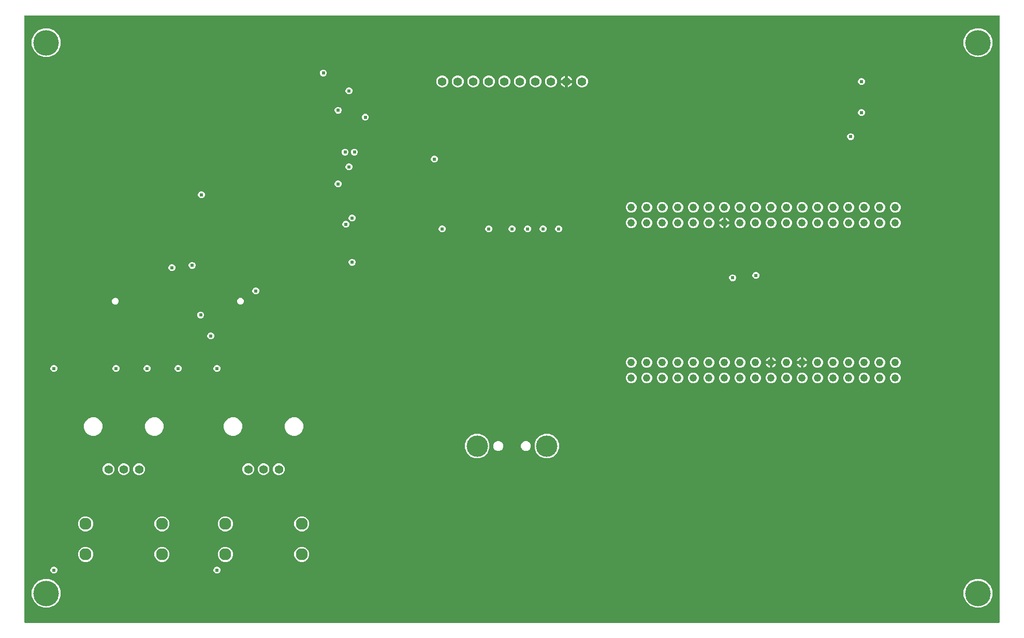
<source format=gbr>
G04 EAGLE Gerber RS-274X export*
G75*
%MOMM*%
%FSLAX34Y34*%
%LPD*%
%INCopper Layer 15*%
%IPPOS*%
%AMOC8*
5,1,8,0,0,1.08239X$1,22.5*%
G01*
%ADD10C,1.244600*%
%ADD11C,1.400000*%
%ADD12C,1.960000*%
%ADD13C,3.500000*%
%ADD14C,1.422400*%
%ADD15C,4.191000*%
%ADD16C,0.609600*%

G36*
X3810Y2541D02*
X3810Y2541D01*
X1596190Y2541D01*
X1596308Y2556D01*
X1596427Y2563D01*
X1596465Y2576D01*
X1596506Y2581D01*
X1596616Y2624D01*
X1596729Y2661D01*
X1596764Y2683D01*
X1596801Y2698D01*
X1596897Y2767D01*
X1596998Y2831D01*
X1597026Y2861D01*
X1597059Y2884D01*
X1597135Y2976D01*
X1597216Y3063D01*
X1597236Y3098D01*
X1597261Y3129D01*
X1597312Y3237D01*
X1597370Y3341D01*
X1597380Y3381D01*
X1597397Y3417D01*
X1597419Y3534D01*
X1597449Y3649D01*
X1597453Y3709D01*
X1597457Y3729D01*
X1597455Y3750D01*
X1597459Y3810D01*
X1597459Y996190D01*
X1597444Y996308D01*
X1597437Y996427D01*
X1597424Y996465D01*
X1597419Y996506D01*
X1597376Y996616D01*
X1597339Y996729D01*
X1597317Y996764D01*
X1597302Y996801D01*
X1597233Y996897D01*
X1597169Y996998D01*
X1597139Y997026D01*
X1597116Y997059D01*
X1597024Y997135D01*
X1596937Y997216D01*
X1596902Y997236D01*
X1596871Y997261D01*
X1596763Y997312D01*
X1596659Y997370D01*
X1596619Y997380D01*
X1596583Y997397D01*
X1596466Y997419D01*
X1596351Y997449D01*
X1596291Y997453D01*
X1596271Y997457D01*
X1596250Y997455D01*
X1596190Y997459D01*
X3810Y997459D01*
X3692Y997444D01*
X3573Y997437D01*
X3535Y997424D01*
X3494Y997419D01*
X3384Y997376D01*
X3271Y997339D01*
X3236Y997317D01*
X3199Y997302D01*
X3103Y997233D01*
X3002Y997169D01*
X2974Y997139D01*
X2941Y997116D01*
X2865Y997024D01*
X2784Y996937D01*
X2764Y996902D01*
X2739Y996871D01*
X2688Y996763D01*
X2630Y996659D01*
X2620Y996619D01*
X2603Y996583D01*
X2581Y996466D01*
X2551Y996351D01*
X2547Y996291D01*
X2543Y996271D01*
X2545Y996250D01*
X2541Y996190D01*
X2541Y3810D01*
X2556Y3692D01*
X2563Y3573D01*
X2576Y3535D01*
X2581Y3494D01*
X2624Y3384D01*
X2661Y3271D01*
X2683Y3236D01*
X2698Y3199D01*
X2767Y3103D01*
X2831Y3002D01*
X2861Y2974D01*
X2884Y2941D01*
X2976Y2865D01*
X3063Y2784D01*
X3098Y2764D01*
X3129Y2739D01*
X3237Y2688D01*
X3341Y2630D01*
X3381Y2620D01*
X3417Y2603D01*
X3534Y2581D01*
X3649Y2551D01*
X3709Y2547D01*
X3729Y2543D01*
X3750Y2545D01*
X3810Y2541D01*
G37*
%LPC*%
G36*
X33426Y27304D02*
X33426Y27304D01*
X24791Y30881D01*
X18181Y37491D01*
X14604Y46126D01*
X14604Y55474D01*
X18181Y64109D01*
X24791Y70719D01*
X33426Y74296D01*
X42774Y74296D01*
X51409Y70719D01*
X58019Y64109D01*
X61596Y55474D01*
X61596Y46126D01*
X58019Y37491D01*
X51409Y30881D01*
X42774Y27304D01*
X33426Y27304D01*
G37*
%LPD*%
%LPC*%
G36*
X1557426Y27304D02*
X1557426Y27304D01*
X1548791Y30881D01*
X1542181Y37491D01*
X1538604Y46126D01*
X1538604Y55474D01*
X1542181Y64109D01*
X1548791Y70719D01*
X1557426Y74296D01*
X1566774Y74296D01*
X1575409Y70719D01*
X1582019Y64109D01*
X1585596Y55474D01*
X1585596Y46126D01*
X1582019Y37491D01*
X1575409Y30881D01*
X1566774Y27304D01*
X1557426Y27304D01*
G37*
%LPD*%
%LPC*%
G36*
X1557426Y929004D02*
X1557426Y929004D01*
X1548791Y932581D01*
X1542181Y939191D01*
X1538604Y947826D01*
X1538604Y957174D01*
X1542181Y965809D01*
X1548791Y972419D01*
X1557426Y975996D01*
X1566774Y975996D01*
X1575409Y972419D01*
X1582019Y965809D01*
X1585596Y957174D01*
X1585596Y947826D01*
X1582019Y939191D01*
X1575409Y932581D01*
X1566774Y929004D01*
X1557426Y929004D01*
G37*
%LPD*%
%LPC*%
G36*
X33426Y929004D02*
X33426Y929004D01*
X24791Y932581D01*
X18181Y939191D01*
X14604Y947826D01*
X14604Y957174D01*
X18181Y965809D01*
X24791Y972419D01*
X33426Y975996D01*
X42774Y975996D01*
X51409Y972419D01*
X58019Y965809D01*
X61596Y957174D01*
X61596Y947826D01*
X58019Y939191D01*
X51409Y932581D01*
X42774Y929004D01*
X33426Y929004D01*
G37*
%LPD*%
%LPC*%
G36*
X853114Y272059D02*
X853114Y272059D01*
X845748Y275110D01*
X840110Y280748D01*
X837059Y288114D01*
X837059Y296086D01*
X840110Y303452D01*
X845748Y309090D01*
X853114Y312141D01*
X861086Y312141D01*
X868452Y309090D01*
X874090Y303452D01*
X877141Y296086D01*
X877141Y288114D01*
X874090Y280748D01*
X868452Y275110D01*
X861086Y272059D01*
X853114Y272059D01*
G37*
%LPD*%
%LPC*%
G36*
X739114Y272059D02*
X739114Y272059D01*
X731748Y275110D01*
X726110Y280748D01*
X723059Y288114D01*
X723059Y296086D01*
X726110Y303452D01*
X731748Y309090D01*
X739114Y312141D01*
X747086Y312141D01*
X754452Y309090D01*
X760090Y303452D01*
X763141Y296086D01*
X763141Y288114D01*
X760090Y280748D01*
X754452Y275110D01*
X747086Y272059D01*
X739114Y272059D01*
G37*
%LPD*%
%LPC*%
G36*
X440708Y308959D02*
X440708Y308959D01*
X435180Y311249D01*
X430949Y315480D01*
X428659Y321008D01*
X428659Y326992D01*
X430949Y332520D01*
X435180Y336751D01*
X440708Y339041D01*
X446692Y339041D01*
X452220Y336751D01*
X456451Y332520D01*
X458741Y326992D01*
X458741Y321008D01*
X456451Y315480D01*
X452220Y311249D01*
X446692Y308959D01*
X440708Y308959D01*
G37*
%LPD*%
%LPC*%
G36*
X340708Y308959D02*
X340708Y308959D01*
X335180Y311249D01*
X330949Y315480D01*
X328659Y321008D01*
X328659Y326992D01*
X330949Y332520D01*
X335180Y336751D01*
X340708Y339041D01*
X346692Y339041D01*
X352220Y336751D01*
X356451Y332520D01*
X358741Y326992D01*
X358741Y321008D01*
X356451Y315480D01*
X352220Y311249D01*
X346692Y308959D01*
X340708Y308959D01*
G37*
%LPD*%
%LPC*%
G36*
X112108Y308959D02*
X112108Y308959D01*
X106580Y311249D01*
X102349Y315480D01*
X100059Y321008D01*
X100059Y326992D01*
X102349Y332520D01*
X106580Y336751D01*
X112108Y339041D01*
X118092Y339041D01*
X123620Y336751D01*
X127851Y332520D01*
X130141Y326992D01*
X130141Y321008D01*
X127851Y315480D01*
X123620Y311249D01*
X118092Y308959D01*
X112108Y308959D01*
G37*
%LPD*%
%LPC*%
G36*
X212108Y308959D02*
X212108Y308959D01*
X206580Y311249D01*
X202349Y315480D01*
X200059Y321008D01*
X200059Y326992D01*
X202349Y332520D01*
X206580Y336751D01*
X212108Y339041D01*
X218092Y339041D01*
X223620Y336751D01*
X227851Y332520D01*
X230141Y326992D01*
X230141Y321008D01*
X227851Y315480D01*
X223620Y311249D01*
X218092Y308959D01*
X212108Y308959D01*
G37*
%LPD*%
%LPC*%
G36*
X453745Y152359D02*
X453745Y152359D01*
X449210Y154238D01*
X445738Y157710D01*
X443859Y162245D01*
X443859Y167155D01*
X445738Y171690D01*
X449210Y175162D01*
X453745Y177041D01*
X458655Y177041D01*
X463190Y175162D01*
X466662Y171690D01*
X468541Y167155D01*
X468541Y162245D01*
X466662Y157710D01*
X463190Y154238D01*
X458655Y152359D01*
X453745Y152359D01*
G37*
%LPD*%
%LPC*%
G36*
X328745Y152359D02*
X328745Y152359D01*
X324210Y154238D01*
X320738Y157710D01*
X318859Y162245D01*
X318859Y167155D01*
X320738Y171690D01*
X324210Y175162D01*
X328745Y177041D01*
X333655Y177041D01*
X338190Y175162D01*
X341662Y171690D01*
X343541Y167155D01*
X343541Y162245D01*
X341662Y157710D01*
X338190Y154238D01*
X333655Y152359D01*
X328745Y152359D01*
G37*
%LPD*%
%LPC*%
G36*
X100145Y102359D02*
X100145Y102359D01*
X95610Y104238D01*
X92138Y107710D01*
X90259Y112245D01*
X90259Y117155D01*
X92138Y121690D01*
X95610Y125162D01*
X100145Y127041D01*
X105055Y127041D01*
X109590Y125162D01*
X113062Y121690D01*
X114941Y117155D01*
X114941Y112245D01*
X113062Y107710D01*
X109590Y104238D01*
X105055Y102359D01*
X100145Y102359D01*
G37*
%LPD*%
%LPC*%
G36*
X225145Y102359D02*
X225145Y102359D01*
X220610Y104238D01*
X217138Y107710D01*
X215259Y112245D01*
X215259Y117155D01*
X217138Y121690D01*
X220610Y125162D01*
X225145Y127041D01*
X230055Y127041D01*
X234590Y125162D01*
X238062Y121690D01*
X239941Y117155D01*
X239941Y112245D01*
X238062Y107710D01*
X234590Y104238D01*
X230055Y102359D01*
X225145Y102359D01*
G37*
%LPD*%
%LPC*%
G36*
X328745Y102359D02*
X328745Y102359D01*
X324210Y104238D01*
X320738Y107710D01*
X318859Y112245D01*
X318859Y117155D01*
X320738Y121690D01*
X324210Y125162D01*
X328745Y127041D01*
X333655Y127041D01*
X338190Y125162D01*
X341662Y121690D01*
X343541Y117155D01*
X343541Y112245D01*
X341662Y107710D01*
X338190Y104238D01*
X333655Y102359D01*
X328745Y102359D01*
G37*
%LPD*%
%LPC*%
G36*
X453745Y102359D02*
X453745Y102359D01*
X449210Y104238D01*
X445738Y107710D01*
X443859Y112245D01*
X443859Y117155D01*
X445738Y121690D01*
X449210Y125162D01*
X453745Y127041D01*
X458655Y127041D01*
X463190Y125162D01*
X466662Y121690D01*
X468541Y117155D01*
X468541Y112245D01*
X466662Y107710D01*
X463190Y104238D01*
X458655Y102359D01*
X453745Y102359D01*
G37*
%LPD*%
%LPC*%
G36*
X100145Y152359D02*
X100145Y152359D01*
X95610Y154238D01*
X92138Y157710D01*
X90259Y162245D01*
X90259Y167155D01*
X92138Y171690D01*
X95610Y175162D01*
X100145Y177041D01*
X105055Y177041D01*
X109590Y175162D01*
X113062Y171690D01*
X114941Y167155D01*
X114941Y162245D01*
X113062Y157710D01*
X109590Y154238D01*
X105055Y152359D01*
X100145Y152359D01*
G37*
%LPD*%
%LPC*%
G36*
X225145Y152359D02*
X225145Y152359D01*
X220610Y154238D01*
X217138Y157710D01*
X215259Y162245D01*
X215259Y167155D01*
X217138Y171690D01*
X220610Y175162D01*
X225145Y177041D01*
X230055Y177041D01*
X234590Y175162D01*
X238062Y171690D01*
X239941Y167155D01*
X239941Y162245D01*
X238062Y157710D01*
X234590Y154238D01*
X230055Y152359D01*
X225145Y152359D01*
G37*
%LPD*%
%LPC*%
G36*
X810880Y879347D02*
X810880Y879347D01*
X807332Y880817D01*
X804617Y883532D01*
X803147Y887080D01*
X803147Y890920D01*
X804617Y894468D01*
X807332Y897183D01*
X810880Y898653D01*
X814720Y898653D01*
X818268Y897183D01*
X820983Y894468D01*
X822453Y890920D01*
X822453Y887080D01*
X820983Y883532D01*
X818268Y880817D01*
X814720Y879347D01*
X810880Y879347D01*
G37*
%LPD*%
%LPC*%
G36*
X912480Y879347D02*
X912480Y879347D01*
X908932Y880817D01*
X906217Y883532D01*
X904747Y887080D01*
X904747Y890920D01*
X906217Y894468D01*
X908932Y897183D01*
X912480Y898653D01*
X916320Y898653D01*
X919868Y897183D01*
X922583Y894468D01*
X924053Y890920D01*
X924053Y887080D01*
X922583Y883532D01*
X919868Y880817D01*
X916320Y879347D01*
X912480Y879347D01*
G37*
%LPD*%
%LPC*%
G36*
X861680Y879347D02*
X861680Y879347D01*
X858132Y880817D01*
X855417Y883532D01*
X853947Y887080D01*
X853947Y890920D01*
X855417Y894468D01*
X858132Y897183D01*
X861680Y898653D01*
X865520Y898653D01*
X869068Y897183D01*
X871783Y894468D01*
X873253Y890920D01*
X873253Y887080D01*
X871783Y883532D01*
X869068Y880817D01*
X865520Y879347D01*
X861680Y879347D01*
G37*
%LPD*%
%LPC*%
G36*
X836280Y879347D02*
X836280Y879347D01*
X832732Y880817D01*
X830017Y883532D01*
X828547Y887080D01*
X828547Y890920D01*
X830017Y894468D01*
X832732Y897183D01*
X836280Y898653D01*
X840120Y898653D01*
X843668Y897183D01*
X846383Y894468D01*
X847853Y890920D01*
X847853Y887080D01*
X846383Y883532D01*
X843668Y880817D01*
X840120Y879347D01*
X836280Y879347D01*
G37*
%LPD*%
%LPC*%
G36*
X760080Y879347D02*
X760080Y879347D01*
X756532Y880817D01*
X753817Y883532D01*
X752347Y887080D01*
X752347Y890920D01*
X753817Y894468D01*
X756532Y897183D01*
X760080Y898653D01*
X763920Y898653D01*
X767468Y897183D01*
X770183Y894468D01*
X771653Y890920D01*
X771653Y887080D01*
X770183Y883532D01*
X767468Y880817D01*
X763920Y879347D01*
X760080Y879347D01*
G37*
%LPD*%
%LPC*%
G36*
X734680Y879347D02*
X734680Y879347D01*
X731132Y880817D01*
X728417Y883532D01*
X726947Y887080D01*
X726947Y890920D01*
X728417Y894468D01*
X731132Y897183D01*
X734680Y898653D01*
X738520Y898653D01*
X742068Y897183D01*
X744783Y894468D01*
X746253Y890920D01*
X746253Y887080D01*
X744783Y883532D01*
X742068Y880817D01*
X738520Y879347D01*
X734680Y879347D01*
G37*
%LPD*%
%LPC*%
G36*
X709280Y879347D02*
X709280Y879347D01*
X705732Y880817D01*
X703017Y883532D01*
X701547Y887080D01*
X701547Y890920D01*
X703017Y894468D01*
X705732Y897183D01*
X709280Y898653D01*
X713120Y898653D01*
X716668Y897183D01*
X719383Y894468D01*
X720853Y890920D01*
X720853Y887080D01*
X719383Y883532D01*
X716668Y880817D01*
X713120Y879347D01*
X709280Y879347D01*
G37*
%LPD*%
%LPC*%
G36*
X683880Y879347D02*
X683880Y879347D01*
X680332Y880817D01*
X677617Y883532D01*
X676147Y887080D01*
X676147Y890920D01*
X677617Y894468D01*
X680332Y897183D01*
X683880Y898653D01*
X687720Y898653D01*
X691268Y897183D01*
X693983Y894468D01*
X695453Y890920D01*
X695453Y887080D01*
X693983Y883532D01*
X691268Y880817D01*
X687720Y879347D01*
X683880Y879347D01*
G37*
%LPD*%
%LPC*%
G36*
X785480Y879347D02*
X785480Y879347D01*
X781932Y880817D01*
X779217Y883532D01*
X777747Y887080D01*
X777747Y890920D01*
X779217Y894468D01*
X781932Y897183D01*
X785480Y898653D01*
X789320Y898653D01*
X792868Y897183D01*
X795583Y894468D01*
X797053Y890920D01*
X797053Y887080D01*
X795583Y883532D01*
X792868Y880817D01*
X789320Y879347D01*
X785480Y879347D01*
G37*
%LPD*%
%LPC*%
G36*
X138202Y244459D02*
X138202Y244459D01*
X134696Y245912D01*
X132012Y248596D01*
X130559Y252102D01*
X130559Y255898D01*
X132012Y259404D01*
X134696Y262088D01*
X138202Y263541D01*
X141998Y263541D01*
X145504Y262088D01*
X148188Y259404D01*
X149641Y255898D01*
X149641Y252102D01*
X148188Y248596D01*
X145504Y245912D01*
X141998Y244459D01*
X138202Y244459D01*
G37*
%LPD*%
%LPC*%
G36*
X366802Y244459D02*
X366802Y244459D01*
X363296Y245912D01*
X360612Y248596D01*
X359159Y252102D01*
X359159Y255898D01*
X360612Y259404D01*
X363296Y262088D01*
X366802Y263541D01*
X370598Y263541D01*
X374104Y262088D01*
X376788Y259404D01*
X378241Y255898D01*
X378241Y252102D01*
X376788Y248596D01*
X374104Y245912D01*
X370598Y244459D01*
X366802Y244459D01*
G37*
%LPD*%
%LPC*%
G36*
X391802Y244459D02*
X391802Y244459D01*
X388296Y245912D01*
X385612Y248596D01*
X384159Y252102D01*
X384159Y255898D01*
X385612Y259404D01*
X388296Y262088D01*
X391802Y263541D01*
X395598Y263541D01*
X399104Y262088D01*
X401788Y259404D01*
X403241Y255898D01*
X403241Y252102D01*
X401788Y248596D01*
X399104Y245912D01*
X395598Y244459D01*
X391802Y244459D01*
G37*
%LPD*%
%LPC*%
G36*
X416802Y244459D02*
X416802Y244459D01*
X413296Y245912D01*
X410612Y248596D01*
X409159Y252102D01*
X409159Y255898D01*
X410612Y259404D01*
X413296Y262088D01*
X416802Y263541D01*
X420598Y263541D01*
X424104Y262088D01*
X426788Y259404D01*
X428241Y255898D01*
X428241Y252102D01*
X426788Y248596D01*
X424104Y245912D01*
X420598Y244459D01*
X416802Y244459D01*
G37*
%LPD*%
%LPC*%
G36*
X188202Y244459D02*
X188202Y244459D01*
X184696Y245912D01*
X182012Y248596D01*
X180559Y252102D01*
X180559Y255898D01*
X182012Y259404D01*
X184696Y262088D01*
X188202Y263541D01*
X191998Y263541D01*
X195504Y262088D01*
X198188Y259404D01*
X199641Y255898D01*
X199641Y252102D01*
X198188Y248596D01*
X195504Y245912D01*
X191998Y244459D01*
X188202Y244459D01*
G37*
%LPD*%
%LPC*%
G36*
X163202Y244459D02*
X163202Y244459D01*
X159696Y245912D01*
X157012Y248596D01*
X155559Y252102D01*
X155559Y255898D01*
X157012Y259404D01*
X159696Y262088D01*
X163202Y263541D01*
X166998Y263541D01*
X170504Y262088D01*
X173188Y259404D01*
X174641Y255898D01*
X174641Y252102D01*
X173188Y248596D01*
X170504Y245912D01*
X166998Y244459D01*
X163202Y244459D01*
G37*
%LPD*%
%LPC*%
G36*
X1272657Y394836D02*
X1272657Y394836D01*
X1269436Y396170D01*
X1266970Y398636D01*
X1265636Y401857D01*
X1265636Y405343D01*
X1266970Y408564D01*
X1269436Y411030D01*
X1272657Y412364D01*
X1276143Y412364D01*
X1279364Y411030D01*
X1281830Y408564D01*
X1283164Y405343D01*
X1283164Y401857D01*
X1281830Y398636D01*
X1279364Y396170D01*
X1276143Y394836D01*
X1272657Y394836D01*
G37*
%LPD*%
%LPC*%
G36*
X1247257Y394836D02*
X1247257Y394836D01*
X1244036Y396170D01*
X1241570Y398636D01*
X1240236Y401857D01*
X1240236Y405343D01*
X1241570Y408564D01*
X1244036Y411030D01*
X1247257Y412364D01*
X1250743Y412364D01*
X1253964Y411030D01*
X1256430Y408564D01*
X1257764Y405343D01*
X1257764Y401857D01*
X1256430Y398636D01*
X1253964Y396170D01*
X1250743Y394836D01*
X1247257Y394836D01*
G37*
%LPD*%
%LPC*%
G36*
X1221857Y394836D02*
X1221857Y394836D01*
X1218636Y396170D01*
X1216170Y398636D01*
X1214836Y401857D01*
X1214836Y405343D01*
X1216170Y408564D01*
X1218636Y411030D01*
X1221857Y412364D01*
X1225343Y412364D01*
X1228564Y411030D01*
X1231030Y408564D01*
X1232364Y405343D01*
X1232364Y401857D01*
X1231030Y398636D01*
X1228564Y396170D01*
X1225343Y394836D01*
X1221857Y394836D01*
G37*
%LPD*%
%LPC*%
G36*
X1196457Y394836D02*
X1196457Y394836D01*
X1193236Y396170D01*
X1190770Y398636D01*
X1189436Y401857D01*
X1189436Y405343D01*
X1190770Y408564D01*
X1193236Y411030D01*
X1196457Y412364D01*
X1199943Y412364D01*
X1203164Y411030D01*
X1205630Y408564D01*
X1206964Y405343D01*
X1206964Y401857D01*
X1205630Y398636D01*
X1203164Y396170D01*
X1199943Y394836D01*
X1196457Y394836D01*
G37*
%LPD*%
%LPC*%
G36*
X1171057Y394836D02*
X1171057Y394836D01*
X1167836Y396170D01*
X1165370Y398636D01*
X1164036Y401857D01*
X1164036Y405343D01*
X1165370Y408564D01*
X1167836Y411030D01*
X1171057Y412364D01*
X1174543Y412364D01*
X1177764Y411030D01*
X1180230Y408564D01*
X1181564Y405343D01*
X1181564Y401857D01*
X1180230Y398636D01*
X1177764Y396170D01*
X1174543Y394836D01*
X1171057Y394836D01*
G37*
%LPD*%
%LPC*%
G36*
X1145657Y394836D02*
X1145657Y394836D01*
X1142436Y396170D01*
X1139970Y398636D01*
X1138636Y401857D01*
X1138636Y405343D01*
X1139970Y408564D01*
X1142436Y411030D01*
X1145657Y412364D01*
X1149143Y412364D01*
X1152364Y411030D01*
X1154830Y408564D01*
X1156164Y405343D01*
X1156164Y401857D01*
X1154830Y398636D01*
X1152364Y396170D01*
X1149143Y394836D01*
X1145657Y394836D01*
G37*
%LPD*%
%LPC*%
G36*
X1120257Y394836D02*
X1120257Y394836D01*
X1117036Y396170D01*
X1114570Y398636D01*
X1113236Y401857D01*
X1113236Y405343D01*
X1114570Y408564D01*
X1117036Y411030D01*
X1120257Y412364D01*
X1123743Y412364D01*
X1126964Y411030D01*
X1129430Y408564D01*
X1130764Y405343D01*
X1130764Y401857D01*
X1129430Y398636D01*
X1126964Y396170D01*
X1123743Y394836D01*
X1120257Y394836D01*
G37*
%LPD*%
%LPC*%
G36*
X1094857Y394836D02*
X1094857Y394836D01*
X1091636Y396170D01*
X1089170Y398636D01*
X1087836Y401857D01*
X1087836Y405343D01*
X1089170Y408564D01*
X1091636Y411030D01*
X1094857Y412364D01*
X1098343Y412364D01*
X1101564Y411030D01*
X1104030Y408564D01*
X1105364Y405343D01*
X1105364Y401857D01*
X1104030Y398636D01*
X1101564Y396170D01*
X1098343Y394836D01*
X1094857Y394836D01*
G37*
%LPD*%
%LPC*%
G36*
X1044057Y394836D02*
X1044057Y394836D01*
X1040836Y396170D01*
X1038370Y398636D01*
X1037036Y401857D01*
X1037036Y405343D01*
X1038370Y408564D01*
X1040836Y411030D01*
X1044057Y412364D01*
X1047543Y412364D01*
X1050764Y411030D01*
X1053230Y408564D01*
X1054564Y405343D01*
X1054564Y401857D01*
X1053230Y398636D01*
X1050764Y396170D01*
X1047543Y394836D01*
X1044057Y394836D01*
G37*
%LPD*%
%LPC*%
G36*
X1018657Y394836D02*
X1018657Y394836D01*
X1015436Y396170D01*
X1012970Y398636D01*
X1011636Y401857D01*
X1011636Y405343D01*
X1012970Y408564D01*
X1015436Y411030D01*
X1018657Y412364D01*
X1022143Y412364D01*
X1025364Y411030D01*
X1027830Y408564D01*
X1029164Y405343D01*
X1029164Y401857D01*
X1027830Y398636D01*
X1025364Y396170D01*
X1022143Y394836D01*
X1018657Y394836D01*
G37*
%LPD*%
%LPC*%
G36*
X1044057Y420236D02*
X1044057Y420236D01*
X1040836Y421570D01*
X1038370Y424036D01*
X1037036Y427257D01*
X1037036Y430743D01*
X1038370Y433964D01*
X1040836Y436430D01*
X1044057Y437764D01*
X1047543Y437764D01*
X1050764Y436430D01*
X1053230Y433964D01*
X1054564Y430743D01*
X1054564Y427257D01*
X1053230Y424036D01*
X1050764Y421570D01*
X1047543Y420236D01*
X1044057Y420236D01*
G37*
%LPD*%
%LPC*%
G36*
X1399657Y394836D02*
X1399657Y394836D01*
X1396436Y396170D01*
X1393970Y398636D01*
X1392636Y401857D01*
X1392636Y405343D01*
X1393970Y408564D01*
X1396436Y411030D01*
X1399657Y412364D01*
X1403143Y412364D01*
X1406364Y411030D01*
X1408830Y408564D01*
X1410164Y405343D01*
X1410164Y401857D01*
X1408830Y398636D01*
X1406364Y396170D01*
X1403143Y394836D01*
X1399657Y394836D01*
G37*
%LPD*%
%LPC*%
G36*
X1272657Y674236D02*
X1272657Y674236D01*
X1269436Y675570D01*
X1266970Y678036D01*
X1265636Y681257D01*
X1265636Y684743D01*
X1266970Y687964D01*
X1269436Y690430D01*
X1272657Y691764D01*
X1276143Y691764D01*
X1279364Y690430D01*
X1281830Y687964D01*
X1283164Y684743D01*
X1283164Y681257D01*
X1281830Y678036D01*
X1279364Y675570D01*
X1276143Y674236D01*
X1272657Y674236D01*
G37*
%LPD*%
%LPC*%
G36*
X1221857Y674236D02*
X1221857Y674236D01*
X1218636Y675570D01*
X1216170Y678036D01*
X1214836Y681257D01*
X1214836Y684743D01*
X1216170Y687964D01*
X1218636Y690430D01*
X1221857Y691764D01*
X1225343Y691764D01*
X1228564Y690430D01*
X1231030Y687964D01*
X1232364Y684743D01*
X1232364Y681257D01*
X1231030Y678036D01*
X1228564Y675570D01*
X1225343Y674236D01*
X1221857Y674236D01*
G37*
%LPD*%
%LPC*%
G36*
X1196457Y674236D02*
X1196457Y674236D01*
X1193236Y675570D01*
X1190770Y678036D01*
X1189436Y681257D01*
X1189436Y684743D01*
X1190770Y687964D01*
X1193236Y690430D01*
X1196457Y691764D01*
X1199943Y691764D01*
X1203164Y690430D01*
X1205630Y687964D01*
X1206964Y684743D01*
X1206964Y681257D01*
X1205630Y678036D01*
X1203164Y675570D01*
X1199943Y674236D01*
X1196457Y674236D01*
G37*
%LPD*%
%LPC*%
G36*
X1171057Y674236D02*
X1171057Y674236D01*
X1167836Y675570D01*
X1165370Y678036D01*
X1164036Y681257D01*
X1164036Y684743D01*
X1165370Y687964D01*
X1167836Y690430D01*
X1171057Y691764D01*
X1174543Y691764D01*
X1177764Y690430D01*
X1180230Y687964D01*
X1181564Y684743D01*
X1181564Y681257D01*
X1180230Y678036D01*
X1177764Y675570D01*
X1174543Y674236D01*
X1171057Y674236D01*
G37*
%LPD*%
%LPC*%
G36*
X1145657Y674236D02*
X1145657Y674236D01*
X1142436Y675570D01*
X1139970Y678036D01*
X1138636Y681257D01*
X1138636Y684743D01*
X1139970Y687964D01*
X1142436Y690430D01*
X1145657Y691764D01*
X1149143Y691764D01*
X1152364Y690430D01*
X1154830Y687964D01*
X1156164Y684743D01*
X1156164Y681257D01*
X1154830Y678036D01*
X1152364Y675570D01*
X1149143Y674236D01*
X1145657Y674236D01*
G37*
%LPD*%
%LPC*%
G36*
X1120257Y674236D02*
X1120257Y674236D01*
X1117036Y675570D01*
X1114570Y678036D01*
X1113236Y681257D01*
X1113236Y684743D01*
X1114570Y687964D01*
X1117036Y690430D01*
X1120257Y691764D01*
X1123743Y691764D01*
X1126964Y690430D01*
X1129430Y687964D01*
X1130764Y684743D01*
X1130764Y681257D01*
X1129430Y678036D01*
X1126964Y675570D01*
X1123743Y674236D01*
X1120257Y674236D01*
G37*
%LPD*%
%LPC*%
G36*
X1094857Y674236D02*
X1094857Y674236D01*
X1091636Y675570D01*
X1089170Y678036D01*
X1087836Y681257D01*
X1087836Y684743D01*
X1089170Y687964D01*
X1091636Y690430D01*
X1094857Y691764D01*
X1098343Y691764D01*
X1101564Y690430D01*
X1104030Y687964D01*
X1105364Y684743D01*
X1105364Y681257D01*
X1104030Y678036D01*
X1101564Y675570D01*
X1098343Y674236D01*
X1094857Y674236D01*
G37*
%LPD*%
%LPC*%
G36*
X1069457Y674236D02*
X1069457Y674236D01*
X1066236Y675570D01*
X1063770Y678036D01*
X1062436Y681257D01*
X1062436Y684743D01*
X1063770Y687964D01*
X1066236Y690430D01*
X1069457Y691764D01*
X1072943Y691764D01*
X1076164Y690430D01*
X1078630Y687964D01*
X1079964Y684743D01*
X1079964Y681257D01*
X1078630Y678036D01*
X1076164Y675570D01*
X1072943Y674236D01*
X1069457Y674236D01*
G37*
%LPD*%
%LPC*%
G36*
X1044057Y674236D02*
X1044057Y674236D01*
X1040836Y675570D01*
X1038370Y678036D01*
X1037036Y681257D01*
X1037036Y684743D01*
X1038370Y687964D01*
X1040836Y690430D01*
X1044057Y691764D01*
X1047543Y691764D01*
X1050764Y690430D01*
X1053230Y687964D01*
X1054564Y684743D01*
X1054564Y681257D01*
X1053230Y678036D01*
X1050764Y675570D01*
X1047543Y674236D01*
X1044057Y674236D01*
G37*
%LPD*%
%LPC*%
G36*
X1018657Y674236D02*
X1018657Y674236D01*
X1015436Y675570D01*
X1012970Y678036D01*
X1011636Y681257D01*
X1011636Y684743D01*
X1012970Y687964D01*
X1015436Y690430D01*
X1018657Y691764D01*
X1022143Y691764D01*
X1025364Y690430D01*
X1027830Y687964D01*
X1029164Y684743D01*
X1029164Y681257D01*
X1027830Y678036D01*
X1025364Y675570D01*
X1022143Y674236D01*
X1018657Y674236D01*
G37*
%LPD*%
%LPC*%
G36*
X993257Y674236D02*
X993257Y674236D01*
X990036Y675570D01*
X987570Y678036D01*
X986236Y681257D01*
X986236Y684743D01*
X987570Y687964D01*
X990036Y690430D01*
X993257Y691764D01*
X996743Y691764D01*
X999964Y690430D01*
X1002430Y687964D01*
X1003764Y684743D01*
X1003764Y681257D01*
X1002430Y678036D01*
X999964Y675570D01*
X996743Y674236D01*
X993257Y674236D01*
G37*
%LPD*%
%LPC*%
G36*
X1425057Y674236D02*
X1425057Y674236D01*
X1421836Y675570D01*
X1419370Y678036D01*
X1418036Y681257D01*
X1418036Y684743D01*
X1419370Y687964D01*
X1421836Y690430D01*
X1425057Y691764D01*
X1428543Y691764D01*
X1431764Y690430D01*
X1434230Y687964D01*
X1435564Y684743D01*
X1435564Y681257D01*
X1434230Y678036D01*
X1431764Y675570D01*
X1428543Y674236D01*
X1425057Y674236D01*
G37*
%LPD*%
%LPC*%
G36*
X1399657Y674236D02*
X1399657Y674236D01*
X1396436Y675570D01*
X1393970Y678036D01*
X1392636Y681257D01*
X1392636Y684743D01*
X1393970Y687964D01*
X1396436Y690430D01*
X1399657Y691764D01*
X1403143Y691764D01*
X1406364Y690430D01*
X1408830Y687964D01*
X1410164Y684743D01*
X1410164Y681257D01*
X1408830Y678036D01*
X1406364Y675570D01*
X1403143Y674236D01*
X1399657Y674236D01*
G37*
%LPD*%
%LPC*%
G36*
X1374257Y674236D02*
X1374257Y674236D01*
X1371036Y675570D01*
X1368570Y678036D01*
X1367236Y681257D01*
X1367236Y684743D01*
X1368570Y687964D01*
X1371036Y690430D01*
X1374257Y691764D01*
X1377743Y691764D01*
X1380964Y690430D01*
X1383430Y687964D01*
X1384764Y684743D01*
X1384764Y681257D01*
X1383430Y678036D01*
X1380964Y675570D01*
X1377743Y674236D01*
X1374257Y674236D01*
G37*
%LPD*%
%LPC*%
G36*
X1348857Y674236D02*
X1348857Y674236D01*
X1345636Y675570D01*
X1343170Y678036D01*
X1341836Y681257D01*
X1341836Y684743D01*
X1343170Y687964D01*
X1345636Y690430D01*
X1348857Y691764D01*
X1352343Y691764D01*
X1355564Y690430D01*
X1358030Y687964D01*
X1359364Y684743D01*
X1359364Y681257D01*
X1358030Y678036D01*
X1355564Y675570D01*
X1352343Y674236D01*
X1348857Y674236D01*
G37*
%LPD*%
%LPC*%
G36*
X1323457Y674236D02*
X1323457Y674236D01*
X1320236Y675570D01*
X1317770Y678036D01*
X1316436Y681257D01*
X1316436Y684743D01*
X1317770Y687964D01*
X1320236Y690430D01*
X1323457Y691764D01*
X1326943Y691764D01*
X1330164Y690430D01*
X1332630Y687964D01*
X1333964Y684743D01*
X1333964Y681257D01*
X1332630Y678036D01*
X1330164Y675570D01*
X1326943Y674236D01*
X1323457Y674236D01*
G37*
%LPD*%
%LPC*%
G36*
X1298057Y674236D02*
X1298057Y674236D01*
X1294836Y675570D01*
X1292370Y678036D01*
X1291036Y681257D01*
X1291036Y684743D01*
X1292370Y687964D01*
X1294836Y690430D01*
X1298057Y691764D01*
X1301543Y691764D01*
X1304764Y690430D01*
X1307230Y687964D01*
X1308564Y684743D01*
X1308564Y681257D01*
X1307230Y678036D01*
X1304764Y675570D01*
X1301543Y674236D01*
X1298057Y674236D01*
G37*
%LPD*%
%LPC*%
G36*
X1069457Y648836D02*
X1069457Y648836D01*
X1066236Y650170D01*
X1063770Y652636D01*
X1062436Y655857D01*
X1062436Y659343D01*
X1063770Y662564D01*
X1066236Y665030D01*
X1069457Y666364D01*
X1072943Y666364D01*
X1076164Y665030D01*
X1078630Y662564D01*
X1079964Y659343D01*
X1079964Y655857D01*
X1078630Y652636D01*
X1076164Y650170D01*
X1072943Y648836D01*
X1069457Y648836D01*
G37*
%LPD*%
%LPC*%
G36*
X1196457Y648836D02*
X1196457Y648836D01*
X1193236Y650170D01*
X1190770Y652636D01*
X1189436Y655857D01*
X1189436Y659343D01*
X1190770Y662564D01*
X1193236Y665030D01*
X1196457Y666364D01*
X1199943Y666364D01*
X1203164Y665030D01*
X1205630Y662564D01*
X1206964Y659343D01*
X1206964Y655857D01*
X1205630Y652636D01*
X1203164Y650170D01*
X1199943Y648836D01*
X1196457Y648836D01*
G37*
%LPD*%
%LPC*%
G36*
X1298057Y648836D02*
X1298057Y648836D01*
X1294836Y650170D01*
X1292370Y652636D01*
X1291036Y655857D01*
X1291036Y659343D01*
X1292370Y662564D01*
X1294836Y665030D01*
X1298057Y666364D01*
X1301543Y666364D01*
X1304764Y665030D01*
X1307230Y662564D01*
X1308564Y659343D01*
X1308564Y655857D01*
X1307230Y652636D01*
X1304764Y650170D01*
X1301543Y648836D01*
X1298057Y648836D01*
G37*
%LPD*%
%LPC*%
G36*
X1044057Y648836D02*
X1044057Y648836D01*
X1040836Y650170D01*
X1038370Y652636D01*
X1037036Y655857D01*
X1037036Y659343D01*
X1038370Y662564D01*
X1040836Y665030D01*
X1044057Y666364D01*
X1047543Y666364D01*
X1050764Y665030D01*
X1053230Y662564D01*
X1054564Y659343D01*
X1054564Y655857D01*
X1053230Y652636D01*
X1050764Y650170D01*
X1047543Y648836D01*
X1044057Y648836D01*
G37*
%LPD*%
%LPC*%
G36*
X1425057Y648836D02*
X1425057Y648836D01*
X1421836Y650170D01*
X1419370Y652636D01*
X1418036Y655857D01*
X1418036Y659343D01*
X1419370Y662564D01*
X1421836Y665030D01*
X1425057Y666364D01*
X1428543Y666364D01*
X1431764Y665030D01*
X1434230Y662564D01*
X1435564Y659343D01*
X1435564Y655857D01*
X1434230Y652636D01*
X1431764Y650170D01*
X1428543Y648836D01*
X1425057Y648836D01*
G37*
%LPD*%
%LPC*%
G36*
X1272657Y648836D02*
X1272657Y648836D01*
X1269436Y650170D01*
X1266970Y652636D01*
X1265636Y655857D01*
X1265636Y659343D01*
X1266970Y662564D01*
X1269436Y665030D01*
X1272657Y666364D01*
X1276143Y666364D01*
X1279364Y665030D01*
X1281830Y662564D01*
X1283164Y659343D01*
X1283164Y655857D01*
X1281830Y652636D01*
X1279364Y650170D01*
X1276143Y648836D01*
X1272657Y648836D01*
G37*
%LPD*%
%LPC*%
G36*
X1247257Y648836D02*
X1247257Y648836D01*
X1244036Y650170D01*
X1241570Y652636D01*
X1240236Y655857D01*
X1240236Y659343D01*
X1241570Y662564D01*
X1244036Y665030D01*
X1247257Y666364D01*
X1250743Y666364D01*
X1253964Y665030D01*
X1256430Y662564D01*
X1257764Y659343D01*
X1257764Y655857D01*
X1256430Y652636D01*
X1253964Y650170D01*
X1250743Y648836D01*
X1247257Y648836D01*
G37*
%LPD*%
%LPC*%
G36*
X1221857Y648836D02*
X1221857Y648836D01*
X1218636Y650170D01*
X1216170Y652636D01*
X1214836Y655857D01*
X1214836Y659343D01*
X1216170Y662564D01*
X1218636Y665030D01*
X1221857Y666364D01*
X1225343Y666364D01*
X1228564Y665030D01*
X1231030Y662564D01*
X1232364Y659343D01*
X1232364Y655857D01*
X1231030Y652636D01*
X1228564Y650170D01*
X1225343Y648836D01*
X1221857Y648836D01*
G37*
%LPD*%
%LPC*%
G36*
X1171057Y648836D02*
X1171057Y648836D01*
X1167836Y650170D01*
X1165370Y652636D01*
X1164036Y655857D01*
X1164036Y659343D01*
X1165370Y662564D01*
X1167836Y665030D01*
X1171057Y666364D01*
X1174543Y666364D01*
X1177764Y665030D01*
X1180230Y662564D01*
X1181564Y659343D01*
X1181564Y655857D01*
X1180230Y652636D01*
X1177764Y650170D01*
X1174543Y648836D01*
X1171057Y648836D01*
G37*
%LPD*%
%LPC*%
G36*
X1120257Y648836D02*
X1120257Y648836D01*
X1117036Y650170D01*
X1114570Y652636D01*
X1113236Y655857D01*
X1113236Y659343D01*
X1114570Y662564D01*
X1117036Y665030D01*
X1120257Y666364D01*
X1123743Y666364D01*
X1126964Y665030D01*
X1129430Y662564D01*
X1130764Y659343D01*
X1130764Y655857D01*
X1129430Y652636D01*
X1126964Y650170D01*
X1123743Y648836D01*
X1120257Y648836D01*
G37*
%LPD*%
%LPC*%
G36*
X1094857Y648836D02*
X1094857Y648836D01*
X1091636Y650170D01*
X1089170Y652636D01*
X1087836Y655857D01*
X1087836Y659343D01*
X1089170Y662564D01*
X1091636Y665030D01*
X1094857Y666364D01*
X1098343Y666364D01*
X1101564Y665030D01*
X1104030Y662564D01*
X1105364Y659343D01*
X1105364Y655857D01*
X1104030Y652636D01*
X1101564Y650170D01*
X1098343Y648836D01*
X1094857Y648836D01*
G37*
%LPD*%
%LPC*%
G36*
X1323457Y648836D02*
X1323457Y648836D01*
X1320236Y650170D01*
X1317770Y652636D01*
X1316436Y655857D01*
X1316436Y659343D01*
X1317770Y662564D01*
X1320236Y665030D01*
X1323457Y666364D01*
X1326943Y666364D01*
X1330164Y665030D01*
X1332630Y662564D01*
X1333964Y659343D01*
X1333964Y655857D01*
X1332630Y652636D01*
X1330164Y650170D01*
X1326943Y648836D01*
X1323457Y648836D01*
G37*
%LPD*%
%LPC*%
G36*
X993257Y648836D02*
X993257Y648836D01*
X990036Y650170D01*
X987570Y652636D01*
X986236Y655857D01*
X986236Y659343D01*
X987570Y662564D01*
X990036Y665030D01*
X993257Y666364D01*
X996743Y666364D01*
X999964Y665030D01*
X1002430Y662564D01*
X1003764Y659343D01*
X1003764Y655857D01*
X1002430Y652636D01*
X999964Y650170D01*
X996743Y648836D01*
X993257Y648836D01*
G37*
%LPD*%
%LPC*%
G36*
X1018657Y648836D02*
X1018657Y648836D01*
X1015436Y650170D01*
X1012970Y652636D01*
X1011636Y655857D01*
X1011636Y659343D01*
X1012970Y662564D01*
X1015436Y665030D01*
X1018657Y666364D01*
X1022143Y666364D01*
X1025364Y665030D01*
X1027830Y662564D01*
X1029164Y659343D01*
X1029164Y655857D01*
X1027830Y652636D01*
X1025364Y650170D01*
X1022143Y648836D01*
X1018657Y648836D01*
G37*
%LPD*%
%LPC*%
G36*
X1348857Y648836D02*
X1348857Y648836D01*
X1345636Y650170D01*
X1343170Y652636D01*
X1341836Y655857D01*
X1341836Y659343D01*
X1343170Y662564D01*
X1345636Y665030D01*
X1348857Y666364D01*
X1352343Y666364D01*
X1355564Y665030D01*
X1358030Y662564D01*
X1359364Y659343D01*
X1359364Y655857D01*
X1358030Y652636D01*
X1355564Y650170D01*
X1352343Y648836D01*
X1348857Y648836D01*
G37*
%LPD*%
%LPC*%
G36*
X1374257Y648836D02*
X1374257Y648836D01*
X1371036Y650170D01*
X1368570Y652636D01*
X1367236Y655857D01*
X1367236Y659343D01*
X1368570Y662564D01*
X1371036Y665030D01*
X1374257Y666364D01*
X1377743Y666364D01*
X1380964Y665030D01*
X1383430Y662564D01*
X1384764Y659343D01*
X1384764Y655857D01*
X1383430Y652636D01*
X1380964Y650170D01*
X1377743Y648836D01*
X1374257Y648836D01*
G37*
%LPD*%
%LPC*%
G36*
X1399657Y648836D02*
X1399657Y648836D01*
X1396436Y650170D01*
X1393970Y652636D01*
X1392636Y655857D01*
X1392636Y659343D01*
X1393970Y662564D01*
X1396436Y665030D01*
X1399657Y666364D01*
X1403143Y666364D01*
X1406364Y665030D01*
X1408830Y662564D01*
X1410164Y659343D01*
X1410164Y655857D01*
X1408830Y652636D01*
X1406364Y650170D01*
X1403143Y648836D01*
X1399657Y648836D01*
G37*
%LPD*%
%LPC*%
G36*
X1247257Y674236D02*
X1247257Y674236D01*
X1244036Y675570D01*
X1241570Y678036D01*
X1240236Y681257D01*
X1240236Y684743D01*
X1241570Y687964D01*
X1244036Y690430D01*
X1247257Y691764D01*
X1250743Y691764D01*
X1253964Y690430D01*
X1256430Y687964D01*
X1257764Y684743D01*
X1257764Y681257D01*
X1256430Y678036D01*
X1253964Y675570D01*
X1250743Y674236D01*
X1247257Y674236D01*
G37*
%LPD*%
%LPC*%
G36*
X1374257Y420236D02*
X1374257Y420236D01*
X1371036Y421570D01*
X1368570Y424036D01*
X1367236Y427257D01*
X1367236Y430743D01*
X1368570Y433964D01*
X1371036Y436430D01*
X1374257Y437764D01*
X1377743Y437764D01*
X1380964Y436430D01*
X1383430Y433964D01*
X1384764Y430743D01*
X1384764Y427257D01*
X1383430Y424036D01*
X1380964Y421570D01*
X1377743Y420236D01*
X1374257Y420236D01*
G37*
%LPD*%
%LPC*%
G36*
X1425057Y420236D02*
X1425057Y420236D01*
X1421836Y421570D01*
X1419370Y424036D01*
X1418036Y427257D01*
X1418036Y430743D01*
X1419370Y433964D01*
X1421836Y436430D01*
X1425057Y437764D01*
X1428543Y437764D01*
X1431764Y436430D01*
X1434230Y433964D01*
X1435564Y430743D01*
X1435564Y427257D01*
X1434230Y424036D01*
X1431764Y421570D01*
X1428543Y420236D01*
X1425057Y420236D01*
G37*
%LPD*%
%LPC*%
G36*
X1399657Y420236D02*
X1399657Y420236D01*
X1396436Y421570D01*
X1393970Y424036D01*
X1392636Y427257D01*
X1392636Y430743D01*
X1393970Y433964D01*
X1396436Y436430D01*
X1399657Y437764D01*
X1403143Y437764D01*
X1406364Y436430D01*
X1408830Y433964D01*
X1410164Y430743D01*
X1410164Y427257D01*
X1408830Y424036D01*
X1406364Y421570D01*
X1403143Y420236D01*
X1399657Y420236D01*
G37*
%LPD*%
%LPC*%
G36*
X1069457Y420236D02*
X1069457Y420236D01*
X1066236Y421570D01*
X1063770Y424036D01*
X1062436Y427257D01*
X1062436Y430743D01*
X1063770Y433964D01*
X1066236Y436430D01*
X1069457Y437764D01*
X1072943Y437764D01*
X1076164Y436430D01*
X1078630Y433964D01*
X1079964Y430743D01*
X1079964Y427257D01*
X1078630Y424036D01*
X1076164Y421570D01*
X1072943Y420236D01*
X1069457Y420236D01*
G37*
%LPD*%
%LPC*%
G36*
X1348857Y420236D02*
X1348857Y420236D01*
X1345636Y421570D01*
X1343170Y424036D01*
X1341836Y427257D01*
X1341836Y430743D01*
X1343170Y433964D01*
X1345636Y436430D01*
X1348857Y437764D01*
X1352343Y437764D01*
X1355564Y436430D01*
X1358030Y433964D01*
X1359364Y430743D01*
X1359364Y427257D01*
X1358030Y424036D01*
X1355564Y421570D01*
X1352343Y420236D01*
X1348857Y420236D01*
G37*
%LPD*%
%LPC*%
G36*
X1323457Y420236D02*
X1323457Y420236D01*
X1320236Y421570D01*
X1317770Y424036D01*
X1316436Y427257D01*
X1316436Y430743D01*
X1317770Y433964D01*
X1320236Y436430D01*
X1323457Y437764D01*
X1326943Y437764D01*
X1330164Y436430D01*
X1332630Y433964D01*
X1333964Y430743D01*
X1333964Y427257D01*
X1332630Y424036D01*
X1330164Y421570D01*
X1326943Y420236D01*
X1323457Y420236D01*
G37*
%LPD*%
%LPC*%
G36*
X1298057Y420236D02*
X1298057Y420236D01*
X1294836Y421570D01*
X1292370Y424036D01*
X1291036Y427257D01*
X1291036Y430743D01*
X1292370Y433964D01*
X1294836Y436430D01*
X1298057Y437764D01*
X1301543Y437764D01*
X1304764Y436430D01*
X1307230Y433964D01*
X1308564Y430743D01*
X1308564Y427257D01*
X1307230Y424036D01*
X1304764Y421570D01*
X1301543Y420236D01*
X1298057Y420236D01*
G37*
%LPD*%
%LPC*%
G36*
X1247257Y420236D02*
X1247257Y420236D01*
X1244036Y421570D01*
X1241570Y424036D01*
X1240236Y427257D01*
X1240236Y430743D01*
X1241570Y433964D01*
X1244036Y436430D01*
X1247257Y437764D01*
X1250743Y437764D01*
X1253964Y436430D01*
X1256430Y433964D01*
X1257764Y430743D01*
X1257764Y427257D01*
X1256430Y424036D01*
X1253964Y421570D01*
X1250743Y420236D01*
X1247257Y420236D01*
G37*
%LPD*%
%LPC*%
G36*
X1196457Y420236D02*
X1196457Y420236D01*
X1193236Y421570D01*
X1190770Y424036D01*
X1189436Y427257D01*
X1189436Y430743D01*
X1190770Y433964D01*
X1193236Y436430D01*
X1196457Y437764D01*
X1199943Y437764D01*
X1203164Y436430D01*
X1205630Y433964D01*
X1206964Y430743D01*
X1206964Y427257D01*
X1205630Y424036D01*
X1203164Y421570D01*
X1199943Y420236D01*
X1196457Y420236D01*
G37*
%LPD*%
%LPC*%
G36*
X1171057Y420236D02*
X1171057Y420236D01*
X1167836Y421570D01*
X1165370Y424036D01*
X1164036Y427257D01*
X1164036Y430743D01*
X1165370Y433964D01*
X1167836Y436430D01*
X1171057Y437764D01*
X1174543Y437764D01*
X1177764Y436430D01*
X1180230Y433964D01*
X1181564Y430743D01*
X1181564Y427257D01*
X1180230Y424036D01*
X1177764Y421570D01*
X1174543Y420236D01*
X1171057Y420236D01*
G37*
%LPD*%
%LPC*%
G36*
X1145657Y420236D02*
X1145657Y420236D01*
X1142436Y421570D01*
X1139970Y424036D01*
X1138636Y427257D01*
X1138636Y430743D01*
X1139970Y433964D01*
X1142436Y436430D01*
X1145657Y437764D01*
X1149143Y437764D01*
X1152364Y436430D01*
X1154830Y433964D01*
X1156164Y430743D01*
X1156164Y427257D01*
X1154830Y424036D01*
X1152364Y421570D01*
X1149143Y420236D01*
X1145657Y420236D01*
G37*
%LPD*%
%LPC*%
G36*
X1120257Y420236D02*
X1120257Y420236D01*
X1117036Y421570D01*
X1114570Y424036D01*
X1113236Y427257D01*
X1113236Y430743D01*
X1114570Y433964D01*
X1117036Y436430D01*
X1120257Y437764D01*
X1123743Y437764D01*
X1126964Y436430D01*
X1129430Y433964D01*
X1130764Y430743D01*
X1130764Y427257D01*
X1129430Y424036D01*
X1126964Y421570D01*
X1123743Y420236D01*
X1120257Y420236D01*
G37*
%LPD*%
%LPC*%
G36*
X1094857Y420236D02*
X1094857Y420236D01*
X1091636Y421570D01*
X1089170Y424036D01*
X1087836Y427257D01*
X1087836Y430743D01*
X1089170Y433964D01*
X1091636Y436430D01*
X1094857Y437764D01*
X1098343Y437764D01*
X1101564Y436430D01*
X1104030Y433964D01*
X1105364Y430743D01*
X1105364Y427257D01*
X1104030Y424036D01*
X1101564Y421570D01*
X1098343Y420236D01*
X1094857Y420236D01*
G37*
%LPD*%
%LPC*%
G36*
X1018657Y420236D02*
X1018657Y420236D01*
X1015436Y421570D01*
X1012970Y424036D01*
X1011636Y427257D01*
X1011636Y430743D01*
X1012970Y433964D01*
X1015436Y436430D01*
X1018657Y437764D01*
X1022143Y437764D01*
X1025364Y436430D01*
X1027830Y433964D01*
X1029164Y430743D01*
X1029164Y427257D01*
X1027830Y424036D01*
X1025364Y421570D01*
X1022143Y420236D01*
X1018657Y420236D01*
G37*
%LPD*%
%LPC*%
G36*
X993257Y420236D02*
X993257Y420236D01*
X990036Y421570D01*
X987570Y424036D01*
X986236Y427257D01*
X986236Y430743D01*
X987570Y433964D01*
X990036Y436430D01*
X993257Y437764D01*
X996743Y437764D01*
X999964Y436430D01*
X1002430Y433964D01*
X1003764Y430743D01*
X1003764Y427257D01*
X1002430Y424036D01*
X999964Y421570D01*
X996743Y420236D01*
X993257Y420236D01*
G37*
%LPD*%
%LPC*%
G36*
X1069457Y394836D02*
X1069457Y394836D01*
X1066236Y396170D01*
X1063770Y398636D01*
X1062436Y401857D01*
X1062436Y405343D01*
X1063770Y408564D01*
X1066236Y411030D01*
X1069457Y412364D01*
X1072943Y412364D01*
X1076164Y411030D01*
X1078630Y408564D01*
X1079964Y405343D01*
X1079964Y401857D01*
X1078630Y398636D01*
X1076164Y396170D01*
X1072943Y394836D01*
X1069457Y394836D01*
G37*
%LPD*%
%LPC*%
G36*
X993257Y394836D02*
X993257Y394836D01*
X990036Y396170D01*
X987570Y398636D01*
X986236Y401857D01*
X986236Y405343D01*
X987570Y408564D01*
X990036Y411030D01*
X993257Y412364D01*
X996743Y412364D01*
X999964Y411030D01*
X1002430Y408564D01*
X1003764Y405343D01*
X1003764Y401857D01*
X1002430Y398636D01*
X999964Y396170D01*
X996743Y394836D01*
X993257Y394836D01*
G37*
%LPD*%
%LPC*%
G36*
X1425057Y394836D02*
X1425057Y394836D01*
X1421836Y396170D01*
X1419370Y398636D01*
X1418036Y401857D01*
X1418036Y405343D01*
X1419370Y408564D01*
X1421836Y411030D01*
X1425057Y412364D01*
X1428543Y412364D01*
X1431764Y411030D01*
X1434230Y408564D01*
X1435564Y405343D01*
X1435564Y401857D01*
X1434230Y398636D01*
X1431764Y396170D01*
X1428543Y394836D01*
X1425057Y394836D01*
G37*
%LPD*%
%LPC*%
G36*
X1374257Y394836D02*
X1374257Y394836D01*
X1371036Y396170D01*
X1368570Y398636D01*
X1367236Y401857D01*
X1367236Y405343D01*
X1368570Y408564D01*
X1371036Y411030D01*
X1374257Y412364D01*
X1377743Y412364D01*
X1380964Y411030D01*
X1383430Y408564D01*
X1384764Y405343D01*
X1384764Y401857D01*
X1383430Y398636D01*
X1380964Y396170D01*
X1377743Y394836D01*
X1374257Y394836D01*
G37*
%LPD*%
%LPC*%
G36*
X1348857Y394836D02*
X1348857Y394836D01*
X1345636Y396170D01*
X1343170Y398636D01*
X1341836Y401857D01*
X1341836Y405343D01*
X1343170Y408564D01*
X1345636Y411030D01*
X1348857Y412364D01*
X1352343Y412364D01*
X1355564Y411030D01*
X1358030Y408564D01*
X1359364Y405343D01*
X1359364Y401857D01*
X1358030Y398636D01*
X1355564Y396170D01*
X1352343Y394836D01*
X1348857Y394836D01*
G37*
%LPD*%
%LPC*%
G36*
X1323457Y394836D02*
X1323457Y394836D01*
X1320236Y396170D01*
X1317770Y398636D01*
X1316436Y401857D01*
X1316436Y405343D01*
X1317770Y408564D01*
X1320236Y411030D01*
X1323457Y412364D01*
X1326943Y412364D01*
X1330164Y411030D01*
X1332630Y408564D01*
X1333964Y405343D01*
X1333964Y401857D01*
X1332630Y398636D01*
X1330164Y396170D01*
X1326943Y394836D01*
X1323457Y394836D01*
G37*
%LPD*%
%LPC*%
G36*
X1298057Y394836D02*
X1298057Y394836D01*
X1294836Y396170D01*
X1292370Y398636D01*
X1291036Y401857D01*
X1291036Y405343D01*
X1292370Y408564D01*
X1294836Y411030D01*
X1298057Y412364D01*
X1301543Y412364D01*
X1304764Y411030D01*
X1307230Y408564D01*
X1308564Y405343D01*
X1308564Y401857D01*
X1307230Y398636D01*
X1304764Y396170D01*
X1301543Y394836D01*
X1298057Y394836D01*
G37*
%LPD*%
%LPC*%
G36*
X776001Y284059D02*
X776001Y284059D01*
X773045Y285283D01*
X770783Y287545D01*
X769559Y290501D01*
X769559Y293699D01*
X770783Y296655D01*
X773045Y298917D01*
X776001Y300141D01*
X779199Y300141D01*
X782155Y298917D01*
X784417Y296655D01*
X785641Y293699D01*
X785641Y290501D01*
X784417Y287545D01*
X782155Y285283D01*
X779199Y284059D01*
X776001Y284059D01*
G37*
%LPD*%
%LPC*%
G36*
X821001Y284059D02*
X821001Y284059D01*
X818045Y285283D01*
X815783Y287545D01*
X814559Y290501D01*
X814559Y293699D01*
X815783Y296655D01*
X818045Y298917D01*
X821001Y300141D01*
X824199Y300141D01*
X827155Y298917D01*
X829417Y296655D01*
X830641Y293699D01*
X830641Y290501D01*
X829417Y287545D01*
X827155Y285283D01*
X824199Y284059D01*
X821001Y284059D01*
G37*
%LPD*%
%LPC*%
G36*
X490378Y897381D02*
X490378Y897381D01*
X488324Y898232D01*
X486752Y899804D01*
X485901Y901858D01*
X485901Y904082D01*
X486752Y906136D01*
X488324Y907708D01*
X490378Y908559D01*
X492602Y908559D01*
X494656Y907708D01*
X496228Y906136D01*
X497079Y904082D01*
X497079Y901858D01*
X496228Y899804D01*
X494656Y898232D01*
X492602Y897381D01*
X490378Y897381D01*
G37*
%LPD*%
%LPC*%
G36*
X849788Y642111D02*
X849788Y642111D01*
X847734Y642962D01*
X846162Y644534D01*
X845311Y646588D01*
X845311Y648812D01*
X846162Y650866D01*
X847734Y652438D01*
X849788Y653289D01*
X852012Y653289D01*
X854066Y652438D01*
X855638Y650866D01*
X856489Y648812D01*
X856489Y646588D01*
X855638Y644534D01*
X854066Y642962D01*
X852012Y642111D01*
X849788Y642111D01*
G37*
%LPD*%
%LPC*%
G36*
X290988Y697991D02*
X290988Y697991D01*
X288934Y698842D01*
X287362Y700414D01*
X286511Y702468D01*
X286511Y704692D01*
X287362Y706746D01*
X288934Y708318D01*
X290988Y709169D01*
X293212Y709169D01*
X295266Y708318D01*
X296838Y706746D01*
X297689Y704692D01*
X297689Y702468D01*
X296838Y700414D01*
X295266Y698842D01*
X293212Y697991D01*
X290988Y697991D01*
G37*
%LPD*%
%LPC*%
G36*
X1370488Y883411D02*
X1370488Y883411D01*
X1368434Y884262D01*
X1366862Y885834D01*
X1366011Y887888D01*
X1366011Y890112D01*
X1366862Y892166D01*
X1368434Y893738D01*
X1370488Y894589D01*
X1372712Y894589D01*
X1374766Y893738D01*
X1376338Y892166D01*
X1377189Y890112D01*
X1377189Y887888D01*
X1376338Y885834D01*
X1374766Y884262D01*
X1372712Y883411D01*
X1370488Y883411D01*
G37*
%LPD*%
%LPC*%
G36*
X527208Y649731D02*
X527208Y649731D01*
X525154Y650582D01*
X523582Y652154D01*
X522731Y654208D01*
X522731Y656432D01*
X523582Y658486D01*
X525154Y660058D01*
X527208Y660909D01*
X529432Y660909D01*
X531486Y660058D01*
X533058Y658486D01*
X533909Y656432D01*
X533909Y654208D01*
X533058Y652154D01*
X531486Y650582D01*
X529432Y649731D01*
X527208Y649731D01*
G37*
%LPD*%
%LPC*%
G36*
X537368Y659891D02*
X537368Y659891D01*
X535314Y660742D01*
X533742Y662314D01*
X532891Y664368D01*
X532891Y666592D01*
X533742Y668646D01*
X535314Y670218D01*
X537368Y671069D01*
X539592Y671069D01*
X541646Y670218D01*
X543218Y668646D01*
X544069Y666592D01*
X544069Y664368D01*
X543218Y662314D01*
X541646Y660742D01*
X539592Y659891D01*
X537368Y659891D01*
G37*
%LPD*%
%LPC*%
G36*
X514508Y836421D02*
X514508Y836421D01*
X512454Y837272D01*
X510882Y838844D01*
X510031Y840898D01*
X510031Y843122D01*
X510882Y845176D01*
X512454Y846748D01*
X514508Y847599D01*
X516732Y847599D01*
X518786Y846748D01*
X520358Y845176D01*
X521209Y843122D01*
X521209Y840898D01*
X520358Y838844D01*
X518786Y837272D01*
X516732Y836421D01*
X514508Y836421D01*
G37*
%LPD*%
%LPC*%
G36*
X532288Y868171D02*
X532288Y868171D01*
X530234Y869022D01*
X528662Y870594D01*
X527811Y872648D01*
X527811Y874872D01*
X528662Y876926D01*
X530234Y878498D01*
X532288Y879349D01*
X534512Y879349D01*
X536566Y878498D01*
X538138Y876926D01*
X538989Y874872D01*
X538989Y872648D01*
X538138Y870594D01*
X536566Y869022D01*
X534512Y868171D01*
X532288Y868171D01*
G37*
%LPD*%
%LPC*%
G36*
X1370488Y832611D02*
X1370488Y832611D01*
X1368434Y833462D01*
X1366862Y835034D01*
X1366011Y837088D01*
X1366011Y839312D01*
X1366862Y841366D01*
X1368434Y842938D01*
X1370488Y843789D01*
X1372712Y843789D01*
X1374766Y842938D01*
X1376338Y841366D01*
X1377189Y839312D01*
X1377189Y837088D01*
X1376338Y835034D01*
X1374766Y833462D01*
X1372712Y832611D01*
X1370488Y832611D01*
G37*
%LPD*%
%LPC*%
G36*
X558958Y824991D02*
X558958Y824991D01*
X556904Y825842D01*
X555332Y827414D01*
X554481Y829468D01*
X554481Y831692D01*
X555332Y833746D01*
X556904Y835318D01*
X558958Y836169D01*
X561182Y836169D01*
X563236Y835318D01*
X564808Y833746D01*
X565659Y831692D01*
X565659Y829468D01*
X564808Y827414D01*
X563236Y825842D01*
X561182Y824991D01*
X558958Y824991D01*
G37*
%LPD*%
%LPC*%
G36*
X1352708Y793241D02*
X1352708Y793241D01*
X1350654Y794092D01*
X1349082Y795664D01*
X1348231Y797718D01*
X1348231Y799942D01*
X1349082Y801996D01*
X1350654Y803568D01*
X1352708Y804419D01*
X1354932Y804419D01*
X1356986Y803568D01*
X1358558Y801996D01*
X1359409Y799942D01*
X1359409Y797718D01*
X1358558Y795664D01*
X1356986Y794092D01*
X1354932Y793241D01*
X1352708Y793241D01*
G37*
%LPD*%
%LPC*%
G36*
X525938Y767841D02*
X525938Y767841D01*
X523884Y768692D01*
X522312Y770264D01*
X521461Y772318D01*
X521461Y774542D01*
X522312Y776596D01*
X523884Y778168D01*
X525938Y779019D01*
X528162Y779019D01*
X530216Y778168D01*
X531788Y776596D01*
X532639Y774542D01*
X532639Y772318D01*
X531788Y770264D01*
X530216Y768692D01*
X528162Y767841D01*
X525938Y767841D01*
G37*
%LPD*%
%LPC*%
G36*
X151288Y413511D02*
X151288Y413511D01*
X149234Y414362D01*
X147662Y415934D01*
X146811Y417988D01*
X146811Y420212D01*
X147662Y422266D01*
X149234Y423838D01*
X151288Y424689D01*
X153512Y424689D01*
X155566Y423838D01*
X157138Y422266D01*
X157989Y420212D01*
X157989Y417988D01*
X157138Y415934D01*
X155566Y414362D01*
X153512Y413511D01*
X151288Y413511D01*
G37*
%LPD*%
%LPC*%
G36*
X514508Y715771D02*
X514508Y715771D01*
X512454Y716622D01*
X510882Y718194D01*
X510031Y720248D01*
X510031Y722472D01*
X510882Y724526D01*
X512454Y726098D01*
X514508Y726949D01*
X516732Y726949D01*
X518786Y726098D01*
X520358Y724526D01*
X521209Y722472D01*
X521209Y720248D01*
X520358Y718194D01*
X518786Y716622D01*
X516732Y715771D01*
X514508Y715771D01*
G37*
%LPD*%
%LPC*%
G36*
X289718Y501141D02*
X289718Y501141D01*
X287664Y501992D01*
X286092Y503564D01*
X285241Y505618D01*
X285241Y507842D01*
X286092Y509896D01*
X287664Y511468D01*
X289718Y512319D01*
X291942Y512319D01*
X293996Y511468D01*
X295568Y509896D01*
X296419Y507842D01*
X296419Y505618D01*
X295568Y503564D01*
X293996Y501992D01*
X291942Y501141D01*
X289718Y501141D01*
G37*
%LPD*%
%LPC*%
G36*
X306228Y466851D02*
X306228Y466851D01*
X304174Y467702D01*
X302602Y469274D01*
X301751Y471328D01*
X301751Y473552D01*
X302602Y475606D01*
X304174Y477178D01*
X306228Y478029D01*
X308452Y478029D01*
X310506Y477178D01*
X312078Y475606D01*
X312929Y473552D01*
X312929Y471328D01*
X312078Y469274D01*
X310506Y467702D01*
X308452Y466851D01*
X306228Y466851D01*
G37*
%LPD*%
%LPC*%
G36*
X242728Y578611D02*
X242728Y578611D01*
X240674Y579462D01*
X239102Y581034D01*
X238251Y583088D01*
X238251Y585312D01*
X239102Y587366D01*
X240674Y588938D01*
X242728Y589789D01*
X244952Y589789D01*
X247006Y588938D01*
X248578Y587366D01*
X249429Y585312D01*
X249429Y583088D01*
X248578Y581034D01*
X247006Y579462D01*
X244952Y578611D01*
X242728Y578611D01*
G37*
%LPD*%
%LPC*%
G36*
X1159668Y562101D02*
X1159668Y562101D01*
X1157614Y562952D01*
X1156042Y564524D01*
X1155191Y566578D01*
X1155191Y568802D01*
X1156042Y570856D01*
X1157614Y572428D01*
X1159668Y573279D01*
X1161892Y573279D01*
X1163946Y572428D01*
X1165518Y570856D01*
X1166369Y568802D01*
X1166369Y566578D01*
X1165518Y564524D01*
X1163946Y562952D01*
X1161892Y562101D01*
X1159668Y562101D01*
G37*
%LPD*%
%LPC*%
G36*
X1197768Y565911D02*
X1197768Y565911D01*
X1195714Y566762D01*
X1194142Y568334D01*
X1193291Y570388D01*
X1193291Y572612D01*
X1194142Y574666D01*
X1195714Y576238D01*
X1197768Y577089D01*
X1199992Y577089D01*
X1202046Y576238D01*
X1203618Y574666D01*
X1204469Y572612D01*
X1204469Y570388D01*
X1203618Y568334D01*
X1202046Y566762D01*
X1199992Y565911D01*
X1197768Y565911D01*
G37*
%LPD*%
%LPC*%
G36*
X379888Y540511D02*
X379888Y540511D01*
X377834Y541362D01*
X376262Y542934D01*
X375411Y544988D01*
X375411Y547212D01*
X376262Y549266D01*
X377834Y550838D01*
X379888Y551689D01*
X382112Y551689D01*
X384166Y550838D01*
X385738Y549266D01*
X386589Y547212D01*
X386589Y544988D01*
X385738Y542934D01*
X384166Y541362D01*
X382112Y540511D01*
X379888Y540511D01*
G37*
%LPD*%
%LPC*%
G36*
X532288Y743711D02*
X532288Y743711D01*
X530234Y744562D01*
X528662Y746134D01*
X527811Y748188D01*
X527811Y750412D01*
X528662Y752466D01*
X530234Y754038D01*
X532288Y754889D01*
X534512Y754889D01*
X536566Y754038D01*
X538138Y752466D01*
X538989Y750412D01*
X538989Y748188D01*
X538138Y746134D01*
X536566Y744562D01*
X534512Y743711D01*
X532288Y743711D01*
G37*
%LPD*%
%LPC*%
G36*
X760888Y642111D02*
X760888Y642111D01*
X758834Y642962D01*
X757262Y644534D01*
X756411Y646588D01*
X756411Y648812D01*
X757262Y650866D01*
X758834Y652438D01*
X760888Y653289D01*
X763112Y653289D01*
X765166Y652438D01*
X766738Y650866D01*
X767589Y648812D01*
X767589Y646588D01*
X766738Y644534D01*
X765166Y642962D01*
X763112Y642111D01*
X760888Y642111D01*
G37*
%LPD*%
%LPC*%
G36*
X671988Y756411D02*
X671988Y756411D01*
X669934Y757262D01*
X668362Y758834D01*
X667511Y760888D01*
X667511Y763112D01*
X668362Y765166D01*
X669934Y766738D01*
X671988Y767589D01*
X674212Y767589D01*
X676266Y766738D01*
X677838Y765166D01*
X678689Y763112D01*
X678689Y760888D01*
X677838Y758834D01*
X676266Y757262D01*
X674212Y756411D01*
X671988Y756411D01*
G37*
%LPD*%
%LPC*%
G36*
X316388Y83311D02*
X316388Y83311D01*
X314334Y84162D01*
X312762Y85734D01*
X311911Y87788D01*
X311911Y90012D01*
X312762Y92066D01*
X314334Y93638D01*
X316388Y94489D01*
X318612Y94489D01*
X320666Y93638D01*
X322238Y92066D01*
X323089Y90012D01*
X323089Y87788D01*
X322238Y85734D01*
X320666Y84162D01*
X318612Y83311D01*
X316388Y83311D01*
G37*
%LPD*%
%LPC*%
G36*
X49688Y83311D02*
X49688Y83311D01*
X47634Y84162D01*
X46062Y85734D01*
X45211Y87788D01*
X45211Y90012D01*
X46062Y92066D01*
X47634Y93638D01*
X49688Y94489D01*
X51912Y94489D01*
X53966Y93638D01*
X55538Y92066D01*
X56389Y90012D01*
X56389Y87788D01*
X55538Y85734D01*
X53966Y84162D01*
X51912Y83311D01*
X49688Y83311D01*
G37*
%LPD*%
%LPC*%
G36*
X541178Y767841D02*
X541178Y767841D01*
X539124Y768692D01*
X537552Y770264D01*
X536701Y772318D01*
X536701Y774542D01*
X537552Y776596D01*
X539124Y778168D01*
X541178Y779019D01*
X543402Y779019D01*
X545456Y778168D01*
X547028Y776596D01*
X547879Y774542D01*
X547879Y772318D01*
X547028Y770264D01*
X545456Y768692D01*
X543402Y767841D01*
X541178Y767841D01*
G37*
%LPD*%
%LPC*%
G36*
X202088Y413511D02*
X202088Y413511D01*
X200034Y414362D01*
X198462Y415934D01*
X197611Y417988D01*
X197611Y420212D01*
X198462Y422266D01*
X200034Y423838D01*
X202088Y424689D01*
X204312Y424689D01*
X206366Y423838D01*
X207938Y422266D01*
X208789Y420212D01*
X208789Y417988D01*
X207938Y415934D01*
X206366Y414362D01*
X204312Y413511D01*
X202088Y413511D01*
G37*
%LPD*%
%LPC*%
G36*
X49688Y413511D02*
X49688Y413511D01*
X47634Y414362D01*
X46062Y415934D01*
X45211Y417988D01*
X45211Y420212D01*
X46062Y422266D01*
X47634Y423838D01*
X49688Y424689D01*
X51912Y424689D01*
X53966Y423838D01*
X55538Y422266D01*
X56389Y420212D01*
X56389Y417988D01*
X55538Y415934D01*
X53966Y414362D01*
X51912Y413511D01*
X49688Y413511D01*
G37*
%LPD*%
%LPC*%
G36*
X316388Y413511D02*
X316388Y413511D01*
X314334Y414362D01*
X312762Y415934D01*
X311911Y417988D01*
X311911Y420212D01*
X312762Y422266D01*
X314334Y423838D01*
X316388Y424689D01*
X318612Y424689D01*
X320666Y423838D01*
X322238Y422266D01*
X323089Y420212D01*
X323089Y417988D01*
X322238Y415934D01*
X320666Y414362D01*
X318612Y413511D01*
X316388Y413511D01*
G37*
%LPD*%
%LPC*%
G36*
X275748Y582421D02*
X275748Y582421D01*
X273694Y583272D01*
X272122Y584844D01*
X271271Y586898D01*
X271271Y589122D01*
X272122Y591176D01*
X273694Y592748D01*
X275748Y593599D01*
X277972Y593599D01*
X280026Y592748D01*
X281598Y591176D01*
X282449Y589122D01*
X282449Y586898D01*
X281598Y584844D01*
X280026Y583272D01*
X277972Y582421D01*
X275748Y582421D01*
G37*
%LPD*%
%LPC*%
G36*
X537368Y587501D02*
X537368Y587501D01*
X535314Y588352D01*
X533742Y589924D01*
X532891Y591978D01*
X532891Y594202D01*
X533742Y596256D01*
X535314Y597828D01*
X537368Y598679D01*
X539592Y598679D01*
X541646Y597828D01*
X543218Y596256D01*
X544069Y594202D01*
X544069Y591978D01*
X543218Y589924D01*
X541646Y588352D01*
X539592Y587501D01*
X537368Y587501D01*
G37*
%LPD*%
%LPC*%
G36*
X684688Y642111D02*
X684688Y642111D01*
X682634Y642962D01*
X681062Y644534D01*
X680211Y646588D01*
X680211Y648812D01*
X681062Y650866D01*
X682634Y652438D01*
X684688Y653289D01*
X686912Y653289D01*
X688966Y652438D01*
X690538Y650866D01*
X691389Y648812D01*
X691389Y646588D01*
X690538Y644534D01*
X688966Y642962D01*
X686912Y642111D01*
X684688Y642111D01*
G37*
%LPD*%
%LPC*%
G36*
X798988Y642111D02*
X798988Y642111D01*
X796934Y642962D01*
X795362Y644534D01*
X794511Y646588D01*
X794511Y648812D01*
X795362Y650866D01*
X796934Y652438D01*
X798988Y653289D01*
X801212Y653289D01*
X803266Y652438D01*
X804838Y650866D01*
X805689Y648812D01*
X805689Y646588D01*
X804838Y644534D01*
X803266Y642962D01*
X801212Y642111D01*
X798988Y642111D01*
G37*
%LPD*%
%LPC*%
G36*
X252888Y413511D02*
X252888Y413511D01*
X250834Y414362D01*
X249262Y415934D01*
X248411Y417988D01*
X248411Y420212D01*
X249262Y422266D01*
X250834Y423838D01*
X252888Y424689D01*
X255112Y424689D01*
X257166Y423838D01*
X258738Y422266D01*
X259589Y420212D01*
X259589Y417988D01*
X258738Y415934D01*
X257166Y414362D01*
X255112Y413511D01*
X252888Y413511D01*
G37*
%LPD*%
%LPC*%
G36*
X824388Y642111D02*
X824388Y642111D01*
X822334Y642962D01*
X820762Y644534D01*
X819911Y646588D01*
X819911Y648812D01*
X820762Y650866D01*
X822334Y652438D01*
X824388Y653289D01*
X826612Y653289D01*
X828666Y652438D01*
X830238Y650866D01*
X831089Y648812D01*
X831089Y646588D01*
X830238Y644534D01*
X828666Y642962D01*
X826612Y642111D01*
X824388Y642111D01*
G37*
%LPD*%
%LPC*%
G36*
X875188Y642111D02*
X875188Y642111D01*
X873134Y642962D01*
X871562Y644534D01*
X870711Y646588D01*
X870711Y648812D01*
X871562Y650866D01*
X873134Y652438D01*
X875188Y653289D01*
X877412Y653289D01*
X879466Y652438D01*
X881038Y650866D01*
X881889Y648812D01*
X881889Y646588D01*
X881038Y644534D01*
X879466Y642962D01*
X877412Y642111D01*
X875188Y642111D01*
G37*
%LPD*%
%LPC*%
G36*
X150298Y523959D02*
X150298Y523959D01*
X148261Y524803D01*
X146703Y526361D01*
X145859Y528398D01*
X145859Y530602D01*
X146703Y532639D01*
X148261Y534197D01*
X150298Y535041D01*
X152502Y535041D01*
X154539Y534197D01*
X156097Y532639D01*
X156941Y530602D01*
X156941Y528398D01*
X156097Y526361D01*
X154539Y524803D01*
X152502Y523959D01*
X150298Y523959D01*
G37*
%LPD*%
%LPC*%
G36*
X354798Y523959D02*
X354798Y523959D01*
X352761Y524803D01*
X351203Y526361D01*
X350359Y528398D01*
X350359Y530602D01*
X351203Y532639D01*
X352761Y534197D01*
X354798Y535041D01*
X357002Y535041D01*
X359039Y534197D01*
X360597Y532639D01*
X361441Y530602D01*
X361441Y528398D01*
X360597Y526361D01*
X359039Y524803D01*
X357002Y523959D01*
X354798Y523959D01*
G37*
%LPD*%
%LPC*%
G36*
X891539Y891539D02*
X891539Y891539D01*
X891539Y898324D01*
X892705Y897946D01*
X894059Y897256D01*
X895288Y896363D01*
X896363Y895288D01*
X897256Y894059D01*
X897946Y892705D01*
X898324Y891539D01*
X891539Y891539D01*
G37*
%LPD*%
%LPC*%
G36*
X879676Y891539D02*
X879676Y891539D01*
X880054Y892705D01*
X880744Y894059D01*
X881637Y895288D01*
X882712Y896363D01*
X883941Y897256D01*
X885295Y897946D01*
X886461Y898324D01*
X886461Y891539D01*
X879676Y891539D01*
G37*
%LPD*%
%LPC*%
G36*
X891539Y886461D02*
X891539Y886461D01*
X898324Y886461D01*
X897946Y885295D01*
X897256Y883941D01*
X896363Y882712D01*
X895288Y881637D01*
X894059Y880744D01*
X892705Y880054D01*
X891539Y879676D01*
X891539Y886461D01*
G37*
%LPD*%
%LPC*%
G36*
X885295Y880054D02*
X885295Y880054D01*
X883941Y880744D01*
X882712Y881637D01*
X881637Y882712D01*
X880744Y883941D01*
X880054Y885295D01*
X879676Y886461D01*
X886461Y886461D01*
X886461Y879676D01*
X885295Y880054D01*
G37*
%LPD*%
%LPC*%
G36*
X1225822Y431222D02*
X1225822Y431222D01*
X1225822Y437493D01*
X1226156Y437427D01*
X1227751Y436766D01*
X1229187Y435807D01*
X1230407Y434587D01*
X1231366Y433151D01*
X1232027Y431556D01*
X1232093Y431222D01*
X1225822Y431222D01*
G37*
%LPD*%
%LPC*%
G36*
X1276622Y431222D02*
X1276622Y431222D01*
X1276622Y437493D01*
X1276956Y437427D01*
X1278551Y436766D01*
X1279987Y435807D01*
X1281207Y434587D01*
X1282166Y433151D01*
X1282827Y431556D01*
X1282893Y431222D01*
X1276622Y431222D01*
G37*
%LPD*%
%LPC*%
G36*
X1149622Y659822D02*
X1149622Y659822D01*
X1149622Y666093D01*
X1149956Y666027D01*
X1151551Y665366D01*
X1152987Y664407D01*
X1154207Y663187D01*
X1155166Y661751D01*
X1155827Y660156D01*
X1155893Y659822D01*
X1149622Y659822D01*
G37*
%LPD*%
%LPC*%
G36*
X1265907Y431222D02*
X1265907Y431222D01*
X1265973Y431556D01*
X1266634Y433151D01*
X1267593Y434587D01*
X1268813Y435807D01*
X1270249Y436766D01*
X1271844Y437427D01*
X1272178Y437493D01*
X1272178Y431222D01*
X1265907Y431222D01*
G37*
%LPD*%
%LPC*%
G36*
X1276622Y426778D02*
X1276622Y426778D01*
X1282893Y426778D01*
X1282827Y426444D01*
X1282166Y424849D01*
X1281207Y423413D01*
X1279987Y422193D01*
X1278551Y421234D01*
X1276956Y420573D01*
X1276622Y420507D01*
X1276622Y426778D01*
G37*
%LPD*%
%LPC*%
G36*
X1215107Y431222D02*
X1215107Y431222D01*
X1215173Y431556D01*
X1215834Y433151D01*
X1216793Y434587D01*
X1218013Y435807D01*
X1219449Y436766D01*
X1221044Y437427D01*
X1221378Y437493D01*
X1221378Y431222D01*
X1215107Y431222D01*
G37*
%LPD*%
%LPC*%
G36*
X1225822Y426778D02*
X1225822Y426778D01*
X1232093Y426778D01*
X1232027Y426444D01*
X1231366Y424849D01*
X1230407Y423413D01*
X1229187Y422193D01*
X1227751Y421234D01*
X1226156Y420573D01*
X1225822Y420507D01*
X1225822Y426778D01*
G37*
%LPD*%
%LPC*%
G36*
X1138907Y659822D02*
X1138907Y659822D01*
X1138973Y660156D01*
X1139634Y661751D01*
X1140593Y663187D01*
X1141813Y664407D01*
X1143249Y665366D01*
X1144844Y666027D01*
X1145178Y666093D01*
X1145178Y659822D01*
X1138907Y659822D01*
G37*
%LPD*%
%LPC*%
G36*
X1149622Y655378D02*
X1149622Y655378D01*
X1155893Y655378D01*
X1155827Y655044D01*
X1155166Y653449D01*
X1154207Y652013D01*
X1152987Y650793D01*
X1151551Y649834D01*
X1149956Y649173D01*
X1149622Y649107D01*
X1149622Y655378D01*
G37*
%LPD*%
%LPC*%
G36*
X1144844Y649173D02*
X1144844Y649173D01*
X1143249Y649834D01*
X1141813Y650793D01*
X1140593Y652013D01*
X1139634Y653449D01*
X1138973Y655044D01*
X1138907Y655378D01*
X1145178Y655378D01*
X1145178Y649107D01*
X1144844Y649173D01*
G37*
%LPD*%
%LPC*%
G36*
X1271844Y420573D02*
X1271844Y420573D01*
X1270249Y421234D01*
X1268813Y422193D01*
X1267593Y423413D01*
X1266634Y424849D01*
X1265973Y426444D01*
X1265907Y426778D01*
X1272178Y426778D01*
X1272178Y420507D01*
X1271844Y420573D01*
G37*
%LPD*%
%LPC*%
G36*
X1221044Y420573D02*
X1221044Y420573D01*
X1219449Y421234D01*
X1218013Y422193D01*
X1216793Y423413D01*
X1215834Y424849D01*
X1215173Y426444D01*
X1215107Y426778D01*
X1221378Y426778D01*
X1221378Y420507D01*
X1221044Y420573D01*
G37*
%LPD*%
%LPC*%
G36*
X888999Y888999D02*
X888999Y888999D01*
X888999Y889001D01*
X889001Y889001D01*
X889001Y888999D01*
X888999Y888999D01*
G37*
%LPD*%
D10*
X1426800Y403600D03*
X1426800Y429000D03*
X1401400Y403600D03*
X1401400Y429000D03*
X1376000Y403600D03*
X1376000Y429000D03*
X1350600Y403600D03*
X1350600Y429000D03*
X1325200Y403600D03*
X1325200Y429000D03*
X1299800Y403600D03*
X1299800Y429000D03*
X1274400Y403600D03*
X1274400Y429000D03*
X1249000Y403600D03*
X1249000Y429000D03*
X1223600Y403600D03*
X1223600Y429000D03*
X1198200Y403600D03*
X1198200Y429000D03*
X1172800Y403600D03*
X1172800Y429000D03*
X1147400Y403600D03*
X1147400Y429000D03*
X1122000Y403600D03*
X1122000Y429000D03*
X1096600Y403600D03*
X1096600Y429000D03*
X1071200Y403600D03*
X1071200Y429000D03*
X1045800Y403600D03*
X1045800Y429000D03*
X1020400Y403600D03*
X1020400Y429000D03*
X995000Y403600D03*
X995000Y429000D03*
X1426800Y657600D03*
X1426800Y683000D03*
X1401400Y657600D03*
X1401400Y683000D03*
X1376000Y657600D03*
X1376000Y683000D03*
X1350600Y657600D03*
X1350600Y683000D03*
X1325200Y657600D03*
X1325200Y683000D03*
X1299800Y657600D03*
X1299800Y683000D03*
X1274400Y657600D03*
X1274400Y683000D03*
X1249000Y657600D03*
X1249000Y683000D03*
X1223600Y657600D03*
X1223600Y683000D03*
X1198200Y657600D03*
X1198200Y683000D03*
X1172800Y657600D03*
X1172800Y683000D03*
X1147400Y657600D03*
X1147400Y683000D03*
X1122000Y657600D03*
X1122000Y683000D03*
X1096600Y657600D03*
X1096600Y683000D03*
X1071200Y657600D03*
X1071200Y683000D03*
X1045800Y657600D03*
X1045800Y683000D03*
X1020400Y657600D03*
X1020400Y683000D03*
X995000Y657600D03*
X995000Y683000D03*
D11*
X368700Y254000D03*
X393700Y254000D03*
X418700Y254000D03*
X140100Y254000D03*
X165100Y254000D03*
X190100Y254000D03*
D12*
X456200Y164700D03*
X456200Y114700D03*
X331200Y114700D03*
X331200Y164700D03*
X227600Y164700D03*
X227600Y114700D03*
X102600Y114700D03*
X102600Y164700D03*
D13*
X857100Y292100D03*
X743100Y292100D03*
D14*
X685800Y889000D03*
X711200Y889000D03*
X736600Y889000D03*
X762000Y889000D03*
X787400Y889000D03*
X812800Y889000D03*
X838200Y889000D03*
X863600Y889000D03*
X889000Y889000D03*
X914400Y889000D03*
D15*
X38100Y50800D03*
X1562100Y50800D03*
X1562100Y952500D03*
X38100Y952500D03*
D16*
X203200Y419100D03*
X317500Y419100D03*
X876300Y647700D03*
X825500Y647700D03*
X673100Y762000D03*
X533400Y749300D03*
X1371600Y889000D03*
X1371600Y838200D03*
X50800Y419100D03*
X1353820Y798830D03*
X266700Y88900D03*
X101600Y88900D03*
X254000Y419100D03*
X800100Y647700D03*
X850900Y647700D03*
X307340Y472440D03*
X528320Y655320D03*
X381000Y546100D03*
X685800Y647700D03*
X292100Y703580D03*
X491490Y902970D03*
X152400Y419100D03*
X527050Y773430D03*
X542290Y773430D03*
X762000Y647700D03*
X515620Y721360D03*
X515620Y842010D03*
X276860Y588010D03*
X243840Y584200D03*
X533400Y873760D03*
X538480Y665480D03*
X290830Y506730D03*
X538480Y593090D03*
X560070Y830580D03*
X1160780Y567690D03*
X1198880Y571500D03*
X50800Y88900D03*
X317500Y88900D03*
M02*

</source>
